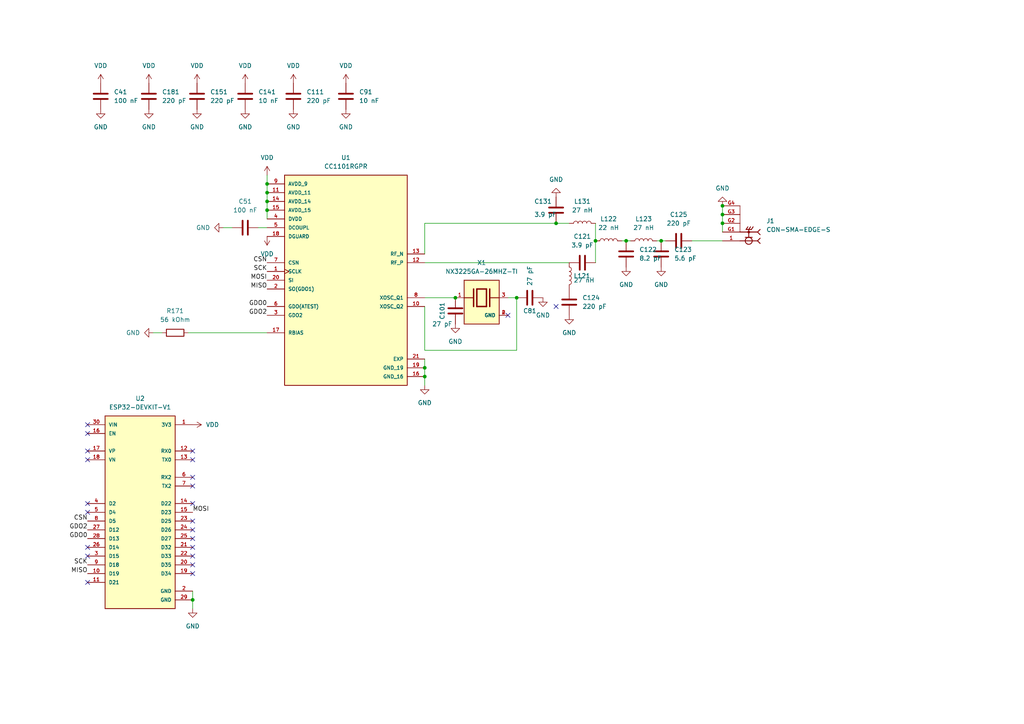
<source format=kicad_sch>
(kicad_sch (version 20211123) (generator eeschema)
  (paper "A4")
  (lib_symbols
    (symbol "CC1101:CC1101RGPR" (pin_names (offset 1.016))
      (property "Reference" "U1" (at 0 35.56 0))
      (property "Value" "CC1101RGPR" (at 0 33.02 0))
      (symbol "CC1101RGPR_0_0"
        (rectangle (start -17.78 -30.48) (end 17.78 30.48) (stroke (width 0.254)) (fill (type background)))
        (pin input clock (at -22.86 2.54 0) (length 5.08) (name "SCLK") (number "1"))
        (pin bidirectional line (at 22.86 -7.62 180) (length 5.08) (name "XOSC_Q2") (number "10"))
        (pin power_in line (at -22.86 25.4 0) (length 5.08) (name "AVDD_11") (number "11"))
        (pin bidirectional line (at 22.86 5.08 180) (length 5.08) (name "RF_P") (number "12"))
        (pin bidirectional line (at 22.86 7.62 180) (length 5.08) (name "RF_N") (number "13"))
        (pin power_in line (at -22.86 22.86 0) (length 5.08) (name "AVDD_14") (number "14"))
        (pin power_in line (at -22.86 20.32 0) (length 5.08) (name "AVDD_15") (number "15"))
        (pin power_in line (at 22.86 -27.94 180) (length 5.08) (name "GND_16") (number "16"))
        (pin bidirectional line (at -22.86 -15.24 0) (length 5.08) (name "RBIAS") (number "17"))
        (pin power_in line (at -22.86 12.7 0) (length 5.08) (name "DGUARD") (number "18"))
        (pin power_in line (at 22.86 -25.4 180) (length 5.08) (name "GND_19") (number "19"))
        (pin output line (at -22.86 -2.54 0) (length 5.08) (name "SO(GDO1)") (number "2"))
        (pin input line (at -22.86 0 0) (length 5.08) (name "SI") (number "20"))
        (pin power_in line (at 22.86 -22.86 180) (length 5.08) (name "EXP") (number "21"))
        (pin output line (at -22.86 -10.16 0) (length 5.08) (name "GDO2") (number "3"))
        (pin power_in line (at -22.86 17.78 0) (length 5.08) (name "DVDD") (number "4"))
        (pin power_in line (at -22.86 15.24 0) (length 5.08) (name "DCOUPL") (number "5"))
        (pin bidirectional line (at -22.86 -7.62 0) (length 5.08) (name "GDO(ATEST)") (number "6"))
        (pin input line (at -22.86 5.08 0) (length 5.08) (name "CSN") (number "7"))
        (pin bidirectional line (at 22.86 -5.08 180) (length 5.08) (name "XOSC_Q1") (number "8"))
        (pin power_in line (at -22.86 27.94 0) (length 5.08) (name "AVDD_9") (number "9"))
      )
    )
    (symbol "CON-SMA-EDGE-S:CON-SMA-EDGE-S" (pin_names (offset 1.016))
      (property "Reference" "J" (at -3.81 4.064 0))
      (property "Value" "CON-SMA-EDGE-S" (at -6.604 -10.668 0))
      (symbol "CON-SMA-EDGE-S_0_0"
        (polyline (pts (xy -3.302 -0.762) (xy -2.54 0)) (stroke (width 0.254)))
        (polyline (pts (xy -3.302 0.762) (xy -2.54 0)) (stroke (width 0.254)))
        (polyline (pts (xy -3.302 1.778) (xy -2.54 2.54)) (stroke (width 0.254)))
        (polyline (pts (xy -3.302 3.302) (xy -2.54 2.54)) (stroke (width 0.254)))
        (polyline (pts (xy -2.54 0) (xy 0 0)) (stroke (width 0.254)))
        (polyline (pts (xy -2.54 2.54) (xy 2.54 2.54)) (stroke (width 0.254)))
        (polyline (pts (xy -1.016 1.524) (xy 0 1.524)) (stroke (width 0.254)))
        (polyline (pts (xy -0.762 -0.762) (xy -1.27 -1.524)) (stroke (width 0.254)))
        (polyline (pts (xy 0 -0.762) (xy -0.762 -0.762)) (stroke (width 0.254)))
        (polyline (pts (xy 0 -0.762) (xy -0.508 -1.524)) (stroke (width 0.254)))
        (polyline (pts (xy 0 -0.762) (xy 0.762 -0.762)) (stroke (width 0.254)))
        (polyline (pts (xy 0 0) (xy -2.286 0)) (stroke (width 0.254)))
        (polyline (pts (xy 0 0) (xy 0 -0.762)) (stroke (width 0.254)))
        (polyline (pts (xy 0 1.524) (xy 0 0)) (stroke (width 0.254)))
        (polyline (pts (xy 0 1.524) (xy 1.016 1.524)) (stroke (width 0.254)))
        (polyline (pts (xy 0.762 -0.762) (xy 0.254 -1.524)) (stroke (width 0.254)))
        (polyline (pts (xy 2.54 0) (xy 0 0)) (stroke (width 0.254)))
        (circle (center 0 0) (radius 0.254) (stroke (width 0.254)))
        (circle (center 0 2.54) (radius 1.016) (stroke (width 0.254)))
        (pin passive line (at 7.62 2.54 180) (length 5.08) (name "~") (number "1"))
        (pin passive line (at 7.62 0 180) (length 5.08) (name "~") (number "G1"))
        (pin passive line (at 7.62 -2.54 180) (length 5.08) (name "~") (number "G2"))
        (pin passive line (at 7.62 -5.08 180) (length 5.08) (name "~") (number "G3"))
        (pin passive line (at 7.62 -7.62 180) (length 5.08) (name "~") (number "G4"))
      )
      (symbol "CON-SMA-EDGE-S_0_1"
        (polyline (pts (xy 2.54 -7.62) (xy 2.54 0) (xy 0 0)))
      )
    )
    (symbol "Device:C" (pin_numbers hide) (pin_names (offset 0.254))
      (property "Reference" "C" (at 0.635 2.54 0))
      (property "Value" "C" (at 0.635 -2.54 0))
      (symbol "C_0_1"
        (polyline (pts (xy -2.032 -0.762) (xy 2.032 -0.762)) (stroke (width 0.508)))
        (polyline (pts (xy -2.032 0.762) (xy 2.032 0.762)) (stroke (width 0.508)))
      )
      (symbol "C_1_1"
        (pin passive line (at 0 3.81 270) (length 2.794) (name "~") (number "1"))
        (pin passive line (at 0 -3.81 90) (length 2.794) (name "~") (number "2"))
      )
    )
    (symbol "Device:L" (pin_numbers hide) (pin_names (offset 1.016) hide)
      (property "Reference" "L" (at -1.27 0 90))
      (property "Value" "L" (at 1.905 0 90))
      (symbol "L_0_1"
        (arc (start 0 -2.54) (mid 0.635 -1.905) (end 0 -1.27))
        (arc (start 0 -1.27) (mid 0.635 -0.635) (end 0 0))
        (arc (start 0 0) (mid 0.635 0.635) (end 0 1.27))
        (arc (start 0 1.27) (mid 0.635 1.905) (end 0 2.54))
      )
      (symbol "L_1_1"
        (pin passive line (at 0 3.81 270) (length 1.27) (name "1") (number "1"))
        (pin passive line (at 0 -3.81 90) (length 1.27) (name "2") (number "2"))
      )
    )
    (symbol "Device:R" (pin_numbers hide) (pin_names (offset 0))
      (property "Reference" "R" (at 2.032 0 90))
      (property "Value" "R" (at 0 0 90))
      (symbol "R_0_1"
        (rectangle (start -1.016 -2.54) (end 1.016 2.54) (stroke (width 0.254)))
      )
      (symbol "R_1_1"
        (pin passive line (at 0 3.81 270) (length 1.27) (name "~") (number "1"))
        (pin passive line (at 0 -3.81 90) (length 1.27) (name "~") (number "2"))
      )
    )
    (symbol "ESP32-DEVKIT-V1:ESP32-DEVKIT-V1" (pin_names (offset 1.016))
      (property "Reference" "U" (at -10.16 30.48 0))
      (property "Value" "ESP32-DEVKIT-V1" (at -10.16 -30.48 0))
      (symbol "ESP32-DEVKIT-V1_0_0"
        (rectangle (start -10.16 -27.94) (end 10.16 27.94) (stroke (width 0.254)) (fill (type background)))
        (pin output line (at 15.24 25.4 180) (length 5.08) (name "3V3") (number "1"))
        (pin bidirectional line (at -15.24 -17.78 0) (length 5.08) (name "D19") (number "10"))
        (pin bidirectional line (at -15.24 -20.32 0) (length 5.08) (name "D21") (number "11"))
        (pin input line (at 15.24 17.78 180) (length 5.08) (name "RX0") (number "12"))
        (pin output line (at 15.24 15.24 180) (length 5.08) (name "TX0") (number "13"))
        (pin bidirectional line (at 15.24 2.54 180) (length 5.08) (name "D22") (number "14"))
        (pin bidirectional line (at 15.24 0 180) (length 5.08) (name "D23") (number "15"))
        (pin input line (at -15.24 22.86 0) (length 5.08) (name "EN") (number "16"))
        (pin bidirectional line (at -15.24 17.78 0) (length 5.08) (name "VP") (number "17"))
        (pin bidirectional line (at -15.24 15.24 0) (length 5.08) (name "VN") (number "18"))
        (pin bidirectional line (at 15.24 -17.78 180) (length 5.08) (name "D34") (number "19"))
        (pin power_in line (at 15.24 -22.86 180) (length 5.08) (name "GND") (number "2"))
        (pin bidirectional line (at 15.24 -15.24 180) (length 5.08) (name "D35") (number "20"))
        (pin bidirectional line (at 15.24 -10.16 180) (length 5.08) (name "D32") (number "21"))
        (pin bidirectional line (at 15.24 -12.7 180) (length 5.08) (name "D33") (number "22"))
        (pin bidirectional line (at 15.24 -2.54 180) (length 5.08) (name "D25") (number "23"))
        (pin bidirectional line (at 15.24 -5.08 180) (length 5.08) (name "D26") (number "24"))
        (pin bidirectional line (at 15.24 -7.62 180) (length 5.08) (name "D27") (number "25"))
        (pin bidirectional line (at -15.24 -10.16 0) (length 5.08) (name "D14") (number "26"))
        (pin bidirectional line (at -15.24 -5.08 0) (length 5.08) (name "D12") (number "27"))
        (pin bidirectional line (at -15.24 -7.62 0) (length 5.08) (name "D13") (number "28"))
        (pin power_in line (at 15.24 -25.4 180) (length 5.08) (name "GND") (number "29"))
        (pin bidirectional line (at -15.24 -12.7 0) (length 5.08) (name "D15") (number "3"))
        (pin input line (at -15.24 25.4 0) (length 5.08) (name "VIN") (number "30"))
        (pin bidirectional line (at -15.24 2.54 0) (length 5.08) (name "D2") (number "4"))
        (pin bidirectional line (at -15.24 0 0) (length 5.08) (name "D4") (number "5"))
        (pin input line (at 15.24 10.16 180) (length 5.08) (name "RX2") (number "6"))
        (pin output line (at 15.24 7.62 180) (length 5.08) (name "TX2") (number "7"))
        (pin bidirectional line (at -15.24 -2.54 0) (length 5.08) (name "D5") (number "8"))
        (pin bidirectional line (at -15.24 -15.24 0) (length 5.08) (name "D18") (number "9"))
      )
    )
    (symbol "NX3225GA-26MHZ-TI:NX3225GA-26MHZ-TI" (pin_names (offset 1.016))
      (property "Reference" "Y" (at -5.0878 6.3559 0))
      (property "Value" "NX3225GA-26MHZ-TI" (at -5.0944 -10.1744 0))
      (symbol "NX3225GA-26MHZ-TI_0_0"
        (rectangle (start -5.08 -7.62) (end 5.08 5.08) (stroke (width 0.254)) (fill (type background)))
        (polyline (pts (xy -5.08 0) (xy -2.54 0)) (stroke (width 0.254)))
        (polyline (pts (xy -2.3368 2.54) (xy -2.3368 -2.54)) (stroke (width 0.4064)))
        (polyline (pts (xy -1.397 2.54) (xy -1.397 -2.54)) (stroke (width 0.4064)))
        (polyline (pts (xy -1.397 2.54) (xy 1.397 2.54)) (stroke (width 0.4064)))
        (polyline (pts (xy 1.397 -2.54) (xy -1.397 -2.54)) (stroke (width 0.4064)))
        (polyline (pts (xy 1.397 2.54) (xy 1.397 -2.54)) (stroke (width 0.4064)))
        (polyline (pts (xy 2.3368 2.54) (xy 2.3368 -2.54)) (stroke (width 0.4064)))
        (polyline (pts (xy 2.54 0) (xy 5.08 0)) (stroke (width 0.254)))
        (pin passive line (at -7.62 0 0) (length 2.54) (name "~") (number "1"))
        (pin power_in line (at 7.62 -5.08 180) (length 2.54) (name "GND") (number "2"))
        (pin passive line (at 7.62 0 180) (length 2.54) (name "~") (number "3"))
        (pin power_in line (at 7.62 -5.08 180) (length 2.54) (name "GND") (number "4"))
      )
    )
    (symbol "power:GND" (power) (pin_names (offset 0))
      (property "Value" "GND" (at 0 -3.81 0))
      (symbol "GND_0_1"
        (polyline (pts (xy 0 0) (xy 0 -1.27) (xy 1.27 -1.27) (xy 0 -2.54) (xy -1.27 -1.27) (xy 0 -1.27)))
      )
      (symbol "GND_1_1"
        (pin power_in line (at 0 0 270) (length 0) hide (name "GND") (number "1"))
      )
    )
    (symbol "power:VDD" (power) (pin_names (offset 0))
      (property "Value" "VDD" (at 0 3.81 0))
      (symbol "VDD_0_1"
        (polyline (pts (xy -0.762 1.27) (xy 0 2.54)))
        (polyline (pts (xy 0 0) (xy 0 2.54)))
        (polyline (pts (xy 0 2.54) (xy 0.762 1.27)))
      )
      (symbol "VDD_1_1"
        (pin power_in line (at 0 0 90) (length 0) hide (name "VDD") (number "1"))
      )
    )
  )
  (junction (at 77.47 58.42))
  (junction (at 181.61 69.85))
  (junction (at 55.88 173.99))
  (junction (at 209.55 64.77))
  (junction (at 123.19 106.68))
  (junction (at 161.29 64.77))
  (junction (at 77.47 55.88))
  (junction (at 209.55 59.69))
  (junction (at 191.77 69.85))
  (junction (at 123.19 109.22))
  (junction (at 209.55 62.23))
  (junction (at 77.47 60.96))
  (junction (at 172.72 69.85))
  (junction (at 149.86 86.36))
  (junction (at 77.47 53.34))
  (junction (at 132.08 86.36))
  (no_connect (at 161.29 88.9))
  (no_connect (at 147.32 91.44))
  (no_connect (at 25.4 168.91))
  (no_connect (at 55.88 166.37))
  (no_connect (at 55.88 163.83))
  (no_connect (at 55.88 161.29))
  (no_connect (at 55.88 158.75))
  (no_connect (at 55.88 156.21))
  (no_connect (at 55.88 153.67))
  (no_connect (at 55.88 130.81))
  (no_connect (at 25.4 148.59))
  (no_connect (at 25.4 158.75))
  (no_connect (at 25.4 161.29))
  (no_connect (at 25.4 125.73))
  (no_connect (at 25.4 130.81))
  (no_connect (at 25.4 133.35))
  (no_connect (at 25.4 146.05))
  (no_connect (at 25.4 123.19))
  (no_connect (at 55.88 151.13))
  (no_connect (at 55.88 146.05))
  (no_connect (at 55.88 140.97))
  (no_connect (at 55.88 138.43))
  (no_connect (at 55.88 133.35))
  (wire (pts (xy 55.88 171.45) (xy 55.88 173.99)))
  (wire (pts (xy 123.19 106.68) (xy 123.19 109.22)))
  (wire (pts (xy 161.29 64.77) (xy 123.19 64.77)))
  (wire (pts (xy 149.86 101.6) (xy 123.19 101.6)))
  (wire (pts (xy 123.19 76.2) (xy 165.1 76.2)))
  (wire (pts (xy 209.55 59.69) (xy 209.55 62.23)))
  (wire (pts (xy 123.19 104.14) (xy 123.19 106.68)))
  (wire (pts (xy 123.19 86.36) (xy 132.08 86.36)))
  (wire (pts (xy 77.47 53.34) (xy 77.47 55.88)))
  (wire (pts (xy 64.77 66.04) (xy 67.31 66.04)))
  (wire (pts (xy 190.5 69.85) (xy 191.77 69.85)))
  (wire (pts (xy 191.77 69.85) (xy 193.04 69.85)))
  (wire (pts (xy 77.47 58.42) (xy 77.47 60.96)))
  (wire (pts (xy 123.19 101.6) (xy 123.19 88.9)))
  (wire (pts (xy 149.86 86.36) (xy 149.86 101.6)))
  (wire (pts (xy 123.19 64.77) (xy 123.19 73.66)))
  (wire (pts (xy 180.34 69.85) (xy 181.61 69.85)))
  (wire (pts (xy 77.47 60.96) (xy 77.47 63.5)))
  (wire (pts (xy 200.66 69.85) (xy 209.55 69.85)))
  (wire (pts (xy 77.47 50.8) (xy 77.47 53.34)))
  (wire (pts (xy 209.55 62.23) (xy 209.55 64.77)))
  (wire (pts (xy 172.72 64.77) (xy 172.72 69.85)))
  (wire (pts (xy 172.72 69.85) (xy 172.72 76.2)))
  (wire (pts (xy 147.32 86.36) (xy 149.86 86.36)))
  (wire (pts (xy 181.61 69.85) (xy 182.88 69.85)))
  (wire (pts (xy 74.93 66.04) (xy 77.47 66.04)))
  (wire (pts (xy 54.61 96.52) (xy 77.47 96.52)))
  (wire (pts (xy 44.45 96.52) (xy 46.99 96.52)))
  (wire (pts (xy 77.47 55.88) (xy 77.47 58.42)))
  (wire (pts (xy 209.55 64.77) (xy 209.55 67.31)))
  (wire (pts (xy 55.88 173.99) (xy 55.88 176.53)))
  (wire (pts (xy 161.29 64.77) (xy 165.1 64.77)))
  (wire (pts (xy 123.19 109.22) (xy 123.19 111.76)))
  (label "GDO0" (at 25.4 156.21 180))
  (label "GDO2" (at 25.4 153.67 180))
  (label "SCK" (at 25.4 163.83 180))
  (label "SCK" (at 77.47 78.74 180))
  (label "GDO0" (at 77.47 88.9 180))
  (label "MISO" (at 77.47 83.82 180))
  (label "MOSI" (at 55.88 148.59 0))
  (label "MOSI" (at 77.47 81.28 180))
  (label "CSN" (at 77.47 76.2 180))
  (label "CSN" (at 25.4 151.13 180))
  (label "MISO" (at 25.4 166.37 180))
  (label "GDO2" (at 77.47 91.44 180))
  (symbol (lib_id "Device:C") (at 29.21 27.94 0) (unit 1)
    (property "Reference" "C41" (at 33.02 26.6699 0) (effects (justify left)))
    (property "Value" "100 nF" (at 33.02 29.2099 0) (effects (justify left)))
    (property "Footprint" "Capacitor_SMD:C_0402_1005Metric" (effects hide))
    (property "LCSC" "C1525" (effects hide))
  )
  (symbol (lib_id "Device:C") (at 191.77 73.66 0) (unit 1)
    (property "Reference" "C123" (at 195.58 72.3899 0) (effects (justify left)))
    (property "Value" "5.6 pF" (at 195.58 74.9299 0) (effects (justify left)))
    (property "Footprint" "Capacitor_SMD:C_0402_1005Metric" (effects hide))
    (property "LCSC" "C161329" (effects hide))
  )
  (symbol (lib_id "power:GND") (at 100.33 31.75 0) (unit 1)
    (property "Reference" "#PWR0109" (effects hide))
    (property "Value" "GND" (at 100.33 36.83 0))
  )
  (symbol (lib_id "Device:C") (at 196.85 69.85 90) (unit 1)
    (property "Reference" "C125" (at 196.85 62.23 90))
    (property "Value" "220 pF" (at 196.85 64.77 90))
    (property "Footprint" "Capacitor_SMD:C_0402_1005Metric" (effects hide))
    (property "LCSC" "C393675" (effects hide))
  )
  (symbol (lib_id "Device:L") (at 186.69 69.85 90) (unit 1)
    (property "Reference" "L123" (at 186.69 63.5 90))
    (property "Value" "27 nH" (at 186.69 66.04 90))
    (property "Footprint" "Inductor_SMD:L_0402_1005Metric" (effects hide))
    (property "LCSC" "C115488" (effects hide))
  )
  (symbol (lib_id "power:GND") (at 55.88 176.53 0) (unit 1)
    (property "Reference" "#PWR0115" (effects hide))
    (property "Value" "GND" (at 55.88 181.61 0))
  )
  (symbol (lib_id "Device:C") (at 57.15 27.94 0) (unit 1)
    (property "Reference" "C151" (at 60.96 26.6699 0) (effects (justify left)))
    (property "Value" "220 pF" (at 60.96 29.2099 0) (effects (justify left)))
    (property "Footprint" "Capacitor_SMD:C_0402_1005Metric" (effects hide))
    (property "LCSC" "C393675" (effects hide))
  )
  (symbol (lib_id "Device:R") (at 50.8 96.52 90) (unit 1)
    (property "Reference" "R171" (at 50.8 90.17 90))
    (property "Value" "56 kOhm" (at 50.8 92.71 90))
    (property "Footprint" "Resistor_SMD:R_0402_1005Metric" (effects hide))
    (property "LCSC" "C25796" (effects hide))
  )
  (symbol (lib_id "Device:C") (at 71.12 66.04 90) (unit 1)
    (property "Reference" "C51" (at 71.12 58.42 90))
    (property "Value" "100 nF" (at 71.12 60.96 90))
    (property "Footprint" "Capacitor_SMD:C_0402_1005Metric" (effects hide))
    (property "LCSC" "C1525" (effects hide))
  )
  (symbol (lib_id "power:VDD") (at 43.18 24.13 0) (unit 1)
    (property "Reference" "#PWR0111" (effects hide))
    (property "Value" "VDD" (at 43.18 19.05 0))
  )
  (symbol (lib_id "NX3225GA-26MHZ-TI:NX3225GA-26MHZ-TI") (at 139.7 86.36 0) (unit 1)
    (property "Reference" "X1" (at 139.7 76.2 0))
    (property "Value" "NX3225GA-26MHZ-TI" (at 139.7 78.74 0))
    (property "Footprint" "footprints:OSCCC320X250X90N" (effects hide))
    (property "MF" "NDK America," (effects hide))
    (property "MAXIMUM_PACKAGE_HEIGHT" "0.9 mm" (effects hide))
    (property "Package" "SMD-4 NDK" (effects hide))
    (property "Price" "None" (effects hide))
    (property "Check_prices" "https://www.snapeda.com/parts/NX3225GA-26MHZ-TI/NDK+America%252C+Inc./view-part/?ref=eda" (effects hide))
    (property "STANDARD" "IPC 7351B" (effects hide))
    (property "PARTREV" "N/A" (effects hide))
    (property "SnapEDA_Link" "https://www.snapeda.com/parts/NX3225GA-26MHZ-TI/NDK+America%252C+Inc./view-part/?ref=snap" (effects hide))
    (property "MP" "NX3225GA-26MHZ-TI" (effects hide))
    (property "Purchase-URL" "https://www.snapeda.com/api/url_track_click_mouser/?unipart_id=567359&manufacturer=NDK America,&part_name=NX3225GA-26MHZ-TI&search_term=nx3225ga" (effects hide))
    (property "Description" "\n26 MHz ±20ppm Crystal 10pF 50 Ohms 4-SMD, No Lead\n" (effects hide))
    (property "SNAPEDA_PN" "NX3225GA-26MHZ-TI" (effects hide))
    (property "Availability" "In Stock" (effects hide))
    (property "MANUFACTURER" "NDK" (effects hide))
    (property "LCSC" "C485372" (effects hide))
  )
  (symbol (lib_id "power:VDD") (at 77.47 68.58 180) (unit 1)
    (property "Reference" "#PWR0114" (effects hide))
    (property "Value" "VDD" (at 77.47 73.66 0))
  )
  (symbol (lib_id "power:GND") (at 44.45 96.52 270) (unit 1)
    (property "Reference" "#PWR02" (effects hide))
    (property "Value" "GND" (at 40.64 96.5199 90) (effects (justify right)))
  )
  (symbol (lib_id "power:GND") (at 191.77 77.47 0) (unit 1)
    (property "Reference" "#PWR09" (effects hide))
    (property "Value" "GND" (at 191.77 82.55 0))
  )
  (symbol (lib_id "CON-SMA-EDGE-S:CON-SMA-EDGE-S") (at 217.17 67.31 180) (unit 1)
    (property "Reference" "J1" (at 222.25 64.0714 0) (effects (justify right)))
    (property "Value" "CON-SMA-EDGE-S" (at 222.25 66.6114 0) (effects (justify right)))
    (property "Footprint" "footprints:RFSOLUTIONS_CON-SMA-EDGE-S" (effects hide))
    (property "MF" "RF Solutions" (effects hide))
    (property "MAXIMUM_PACKAGE_HEIGHT" "6.35mm" (effects hide))
    (property "Package" "None" (effects hide))
    (property "Price" "None" (effects hide))
    (property "Check_prices" "https://www.snapeda.com/parts/CON-SMA-EDGE-S/RF+Solutions/view-part/?ref=eda" (effects hide))
    (property "STANDARD" "Manufacturer Recommendations" (effects hide))
    (property "PARTREV" "1" (effects hide))
    (property "SnapEDA_Link" "https://www.snapeda.com/parts/CON-SMA-EDGE-S/RF+Solutions/view-part/?ref=snap" (effects hide))
    (property "MP" "CON-SMA-EDGE-S" (effects hide))
    (property "Purchase-URL" "https://www.snapeda.com/api/url_track_click_mouser/?unipart_id=557794&manufacturer=RF Solutions&part_name=CON-SMA-EDGE-S&search_term=sma edge" (effects hide))
    (property "Description" "\nSMA Connector Jack, Female Socket - Board Edge, End Launch Solder\n" (effects hide))
    (property "Availability" "In Stock" (effects hide))
    (property "MANUFACTURER" "RF Solutions" (effects hide))
    (property "LCSC" "C496550" (effects hide))
  )
  (symbol (lib_id "Device:C") (at 153.67 86.36 270) (unit 1)
    (property "Reference" "C81" (at 153.67 90.17 90))
    (property "Value" "27 pF" (at 153.67 80.01 0))
    (property "Footprint" "Capacitor_SMD:C_0402_1005Metric" (effects hide))
    (property "LCSC" "C88884" (effects hide))
  )
  (symbol (lib_id "ESP32-DEVKIT-V1:ESP32-DEVKIT-V1") (at 40.64 148.59 0) (unit 1)
    (property "Reference" "U2" (at 40.64 115.57 0))
    (property "Value" "ESP32-DEVKIT-V1" (at 40.64 118.11 0))
    (property "Footprint" "pfootprints:MODULE_ESP32_DEVKIT_V1" (effects hide))
    (property "MF" "Do it" (effects hide))
    (property "MAXIMUM_PACKAGE_HEIGHT" "6.8 mm" (effects hide))
    (property "Package" "None" (effects hide))
    (property "Price" "None" (effects hide))
    (property "Check_prices" "https://www.snapeda.com/parts/ESP32-DEVKIT-V1/Do+it/view-part/?ref=eda" (effects hide))
    (property "STANDARD" "Manufacturer Recommendations" (effects hide))
    (property "PARTREV" "N/A" (effects hide))
    (property "SnapEDA_Link" "https://www.snapeda.com/parts/ESP32-DEVKIT-V1/Do+it/view-part/?ref=snap" (effects hide))
    (property "MP" "ESP32-DEVKIT-V1" (effects hide))
    (property "Description" "\nDual core, Wi-Fi: 2.4 GHz up to 150 Mbits/s,BLE (Bluetooth Low Energy) and legacy Bluetooth, 32 bits, Up to 240 MHz\n" (effects hide))
    (property "Availability" "Not in stock" (effects hide))
    (property "MANUFACTURER" "DOIT" (effects hide))
  )
  (symbol (lib_id "power:GND") (at 165.1 91.44 0) (unit 1)
    (property "Reference" "#PWR07" (effects hide))
    (property "Value" "GND" (at 165.1 96.52 0))
  )
  (symbol (lib_id "Device:L") (at 168.91 64.77 90) (unit 1)
    (property "Reference" "L131" (at 168.91 58.42 90))
    (property "Value" "27 nH" (at 168.91 60.96 90))
    (property "Footprint" "Inductor_SMD:L_0402_1005Metric" (effects hide))
    (property "LCSC" "C115488" (effects hide))
  )
  (symbol (lib_id "Device:L") (at 176.53 69.85 90) (unit 1)
    (property "Reference" "L122" (at 176.53 63.5 90))
    (property "Value" "22 nH" (at 176.53 66.04 90))
    (property "Footprint" "Inductor_SMD:L_0402_1005Metric" (effects hide))
    (property "LCSC" "C12670" (effects hide))
  )
  (symbol (lib_id "power:GND") (at 181.61 77.47 0) (unit 1)
    (property "Reference" "#PWR08" (effects hide))
    (property "Value" "GND" (at 181.61 82.55 0))
  )
  (symbol (lib_id "power:GND") (at 123.19 111.76 0) (unit 1)
    (property "Reference" "#PWR03" (effects hide))
    (property "Value" "GND" (at 123.19 116.84 0))
  )
  (symbol (lib_id "CC1101:CC1101RGPR") (at 100.33 81.28 0) (unit 1)
    (property "Reference" "U1" (at 100.33 45.72 0))
    (property "Value" "CC1101RGPR" (at 100.33 48.26 0))
    (property "Footprint" "footprints:QFN50P400X400X100-21N" (effects hide))
    (property "MF" "Texas Instruments" (effects hide))
    (property "Description" "\nLow-power Sub-1 GHz wireless transceiver\n" (effects hide))
    (property "Package" "VQFN-20 Texas Instruments" (effects hide))
    (property "Price" "None" (effects hide))
    (property "Check_prices" "https://www.snapeda.com/parts/CC1101RGPR/Texas+Instruments/view-part/?ref=eda" (effects hide))
    (property "MAXIMUM_PACKAGE_HIEGHT" "1mm" (effects hide))
    (property "STANDARD" "IPC 7351B" (effects hide))
    (property "PARTREV" "6-May-2020" (effects hide))
    (property "SnapEDA_Link" "https://www.snapeda.com/parts/CC1101RGPR/Texas+Instruments/view-part/?ref=snap" (effects hide))
    (property "MP" "CC1101RGPR" (effects hide))
    (property "Availability" "In Stock" (effects hide))
    (property "MANUFACTURER" "Texas Instruments" (effects hide))
    (property "LCSC" "C29953" (effects hide))
  )
  (symbol (lib_id "power:GND") (at 161.29 57.15 180) (unit 1)
    (property "Reference" "#PWR06" (effects hide))
    (property "Value" "GND" (at 161.29 52.07 0))
  )
  (symbol (lib_id "power:VDD") (at 71.12 24.13 0) (unit 1)
    (property "Reference" "#PWR0103" (effects hide))
    (property "Value" "VDD" (at 71.12 19.05 0))
  )
  (symbol (lib_id "Device:L") (at 165.1 80.01 0) (unit 1)
    (property "Reference" "L121" (at 166.37 80.01 0) (effects (justify left)))
    (property "Value" "27 nH" (at 166.37 81.28 0) (effects (justify left)))
    (property "Footprint" "Inductor_SMD:L_0402_1005Metric" (effects hide))
    (property "LCSC" "C115488" (effects hide))
  )
  (symbol (lib_id "power:GND") (at 157.48 86.36 0) (unit 1)
    (property "Reference" "#PWR0118" (effects hide))
    (property "Value" "GND" (at 157.48 91.44 0))
  )
  (symbol (lib_id "power:GND") (at 64.77 66.04 270) (unit 1)
    (property "Reference" "#PWR01" (effects hide))
    (property "Value" "GND" (at 60.96 66.0399 90) (effects (justify right)))
  )
  (symbol (lib_id "power:GND") (at 43.18 31.75 0) (unit 1)
    (property "Reference" "#PWR0113" (effects hide))
    (property "Value" "GND" (at 43.18 36.83 0))
  )
  (symbol (lib_id "Device:C") (at 161.29 60.96 0) (unit 1)
    (property "Reference" "C131" (at 154.94 58.42 0) (effects (justify left)))
    (property "Value" "3.9 pF" (at 154.94 62.23 0) (effects (justify left)))
    (property "Footprint" "Capacitor_SMD:C_0402_1005Metric" (effects hide))
    (property "LCSC" "C172816" (effects hide))
  )
  (symbol (lib_id "Device:C") (at 100.33 27.94 0) (unit 1)
    (property "Reference" "C91" (at 104.14 26.6699 0) (effects (justify left)))
    (property "Value" "10 nF" (at 104.14 29.2099 0) (effects (justify left)))
    (property "Footprint" "Capacitor_SMD:C_0402_1005Metric" (effects hide))
    (property "LCSC" "C15195" (effects hide))
  )
  (symbol (lib_id "Device:C") (at 85.09 27.94 0) (unit 1)
    (property "Reference" "C111" (at 88.9 26.6699 0) (effects (justify left)))
    (property "Value" "220 pF" (at 88.9 29.2099 0) (effects (justify left)))
    (property "Footprint" "Capacitor_SMD:C_0402_1005Metric" (effects hide))
    (property "LCSC" "C393675" (effects hide))
  )
  (symbol (lib_id "power:VDD") (at 29.21 24.13 0) (unit 1)
    (property "Reference" "#PWR0110" (effects hide))
    (property "Value" "VDD" (at 29.21 19.05 0))
  )
  (symbol (lib_id "power:GND") (at 29.21 31.75 0) (unit 1)
    (property "Reference" "#PWR0112" (effects hide))
    (property "Value" "GND" (at 29.21 36.83 0))
  )
  (symbol (lib_id "power:VDD") (at 85.09 24.13 0) (unit 1)
    (property "Reference" "#PWR0106" (effects hide))
    (property "Value" "VDD" (at 85.09 19.05 0))
  )
  (symbol (lib_id "power:GND") (at 209.55 59.69 180) (unit 1)
    (property "Reference" "#PWR0117" (effects hide))
    (property "Value" "GND" (at 209.55 54.61 0))
  )
  (symbol (lib_id "Device:C") (at 132.08 90.17 0) (unit 1)
    (property "Reference" "C101" (at 128.27 90.17 90))
    (property "Value" "27 pF" (at 128.27 93.98 0))
    (property "Footprint" "Capacitor_SMD:C_0402_1005Metric" (effects hide))
    (property "LCSC" "C88884" (effects hide))
  )
  (symbol (lib_id "power:VDD") (at 57.15 24.13 0) (unit 1)
    (property "Reference" "#PWR0102" (effects hide))
    (property "Value" "VDD" (at 57.15 19.05 0))
  )
  (symbol (lib_id "power:VDD") (at 55.88 123.19 270) (unit 1)
    (property "Reference" "#PWR0116" (effects hide))
    (property "Value" "VDD" (at 59.69 123.1899 90) (effects (justify left)))
  )
  (symbol (lib_id "power:VDD") (at 77.47 50.8 0) (unit 1)
    (property "Reference" "#PWR0101" (effects hide))
    (property "Value" "VDD" (at 77.47 45.72 0))
  )
  (symbol (lib_id "Device:C") (at 181.61 73.66 0) (unit 1)
    (property "Reference" "C122" (at 185.42 72.3899 0) (effects (justify left)))
    (property "Value" "8.2 pF" (at 185.42 74.9299 0) (effects (justify left)))
    (property "Footprint" "Capacitor_SMD:C_0402_1005Metric" (effects hide))
    (property "LCSC" "C172816" (effects hide))
  )
  (symbol (lib_id "power:VDD") (at 100.33 24.13 0) (unit 1)
    (property "Reference" "#PWR0107" (effects hide))
    (property "Value" "VDD" (at 100.33 19.05 0))
  )
  (symbol (lib_id "Device:C") (at 43.18 27.94 0) (unit 1)
    (property "Reference" "C181" (at 46.99 26.6699 0) (effects (justify left)))
    (property "Value" "220 pF" (at 46.99 29.2099 0) (effects (justify left)))
    (property "Footprint" "Capacitor_SMD:C_0402_1005Metric" (effects hide))
    (property "LCSC" "C393675" (effects hide))
  )
  (symbol (lib_id "Device:C") (at 71.12 27.94 0) (unit 1)
    (property "Reference" "C141" (at 74.93 26.6699 0) (effects (justify left)))
    (property "Value" "10 nF" (at 74.93 29.2099 0) (effects (justify left)))
    (property "Footprint" "Capacitor_SMD:C_0402_1005Metric" (effects hide))
    (property "LCSC" "C15195" (effects hide))
  )
  (symbol (lib_id "power:GND") (at 132.08 93.98 0) (unit 1)
    (property "Reference" "#PWR0119" (effects hide))
    (property "Value" "GND" (at 132.08 99.06 0))
  )
  (symbol (lib_id "power:GND") (at 71.12 31.75 0) (unit 1)
    (property "Reference" "#PWR0105" (effects hide))
    (property "Value" "GND" (at 71.12 36.83 0))
  )
  (symbol (lib_id "power:GND") (at 85.09 31.75 0) (unit 1)
    (property "Reference" "#PWR0108" (effects hide))
    (property "Value" "GND" (at 85.09 36.83 0))
  )
  (symbol (lib_id "Device:C") (at 168.91 76.2 90) (unit 1)
    (property "Reference" "C121" (at 168.91 68.58 90))
    (property "Value" "3.9 pF" (at 168.91 71.12 90))
    (property "Footprint" "Capacitor_SMD:C_0402_1005Metric" (effects hide))
    (property "LCSC" "C172816" (effects hide))
  )
  (symbol (lib_id "Device:C") (at 165.1 87.63 0) (unit 1)
    (property "Reference" "C124" (at 168.91 86.3599 0) (effects (justify left)))
    (property "Value" "220 pF" (at 168.91 88.8999 0) (effects (justify left)))
    (property "Footprint" "Capacitor_SMD:C_0402_1005Metric" (effects hide))
    (property "LCSC" "C393675" (effects hide))
  )
  (symbol (lib_id "power:GND") (at 57.15 31.75 0) (unit 1)
    (property "Reference" "#PWR0104" (effects hide))
    (property "Value" "GND" (at 57.15 36.83 0))
  )
)
</source>
